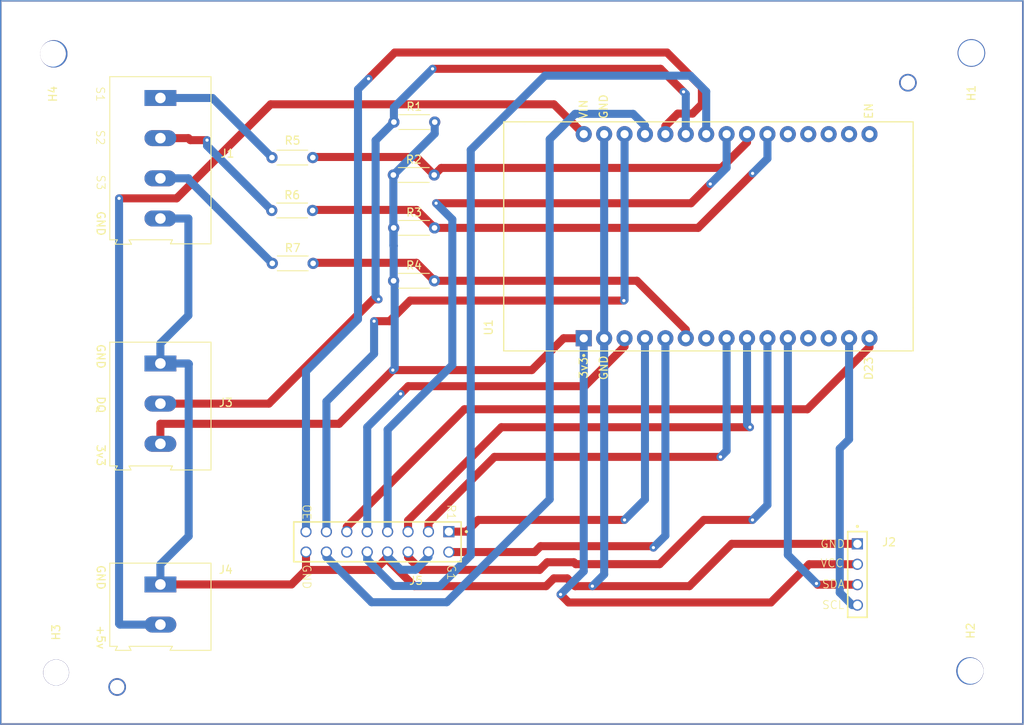
<source format=kicad_pcb>
(kicad_pcb (version 20241229) (generator "pcbnew") (generator_version "9.0")
  (layers (0 "F.Cu" signal) (2 "B.Cu" signal) (13 "F.Paste" user) (15 "B.Paste" user) (5 "F.SilkS" user "F.Silkscreen") (7 "B.SilkS" user "B.Silkscreen") (1 "F.Mask" user) (3 "B.Mask" user) (25 "Edge.Cuts" user))
  (net 0 "")
  (net 1 "Net-(U1-D12)")
  (net 2 "Net-(U1-D18)")
  (net 3 "Net-(U1-D14)")
  (net 4 "Net-(U1-D19)")
  (net 5 "Net-(U1-D5)")
  (net 6 "Net-(U1-D23)")
  (net 7 "Net-(U1-D4)")
  (net 8 "Net-(U1-D13)")
  (net 9 "Net-(U1-D25)")
  (net 10 "Net-(U1-D15)")
  (net 11 "Net-(U1-D2)")
  (net 12 "Net-(U1-D26)")
  (net 13 "Net-(U1-D22)")
  (net 14 "Net-(U1-D21)")
  (net 15 "Net-(J3-Pin_2)")
  (net 16 "Net-(U1-D33)")
  (net 17 "Net-(U1-D32)")
  (net 18 "Net-(U1-RX2)")
  (net 27 "GND")
  (net 28 "+3V3")
  (net 29 "+5V")
  (net 31 "Net-(J1-Pin_3)")
  (net 32 "Net-(J1-Pin_2)")
  (net 33 "Net-(J1-Pin_1)")
  (footprint "Resistor_THT:R_Axial_DIN0204_L3.6mm_D1.6mm_P5.08mm_Horizontal" (layer "F.Cu") (at 109.3192 67.4917)
    (property "Reference" "R6" (at 2.54 -1.92 0) (layer "F.SilkS"))
    (property "Value" "220")
    (fp_line (start 0.62 -0.92) (end 4.46 -0.92) (stroke (width 0.12)) (layer "F.SilkS"))
    (fp_line (start 0.62 0.92) (end 4.46 0.92) (stroke (width 0.12)) (layer "F.SilkS"))
    (pad "1" thru_hole circle (at 0 0) (size 1.4 1.4) (drill 0.7) (layers "*.Cu" "*.Mask") (net 32 "Net-(J1-Pin_2)"))
    (pad "2" thru_hole circle (at 5.08 0) (size 1.4 1.4) (drill 0.7) (layers "*.Cu" "*.Mask") (net 17 "Net-(U1-D32)"))
  )
  (footprint "Resistor_THT:R_Axial_DIN0204_L3.6mm_D1.6mm_P5.08mm_Horizontal" (layer "F.Cu") (at 124.4792 76.2417)
    (property "Reference" "R4" (at 2.54 -1.92 0) (layer "F.SilkS"))
    (property "Value" "1k")
    (fp_line (start 0.62 -0.92) (end 4.46 -0.92) (stroke (width 0.12)) (layer "F.SilkS"))
    (fp_line (start 0.62 0.92) (end 4.46 0.92) (stroke (width 0.12)) (layer "F.SilkS"))
    (pad "1" thru_hole circle (at 0 0) (size 1.4 1.4) (drill 0.7) (layers "*.Cu" "*.Mask") (net 28 "+3V3"))
    (pad "2" thru_hole circle (at 5.08 0) (size 1.4 1.4) (drill 0.7) (layers "*.Cu" "*.Mask") (net 18 "Net-(U1-RX2)"))
  )
  (footprint "Resistor_THT:R_Axial_DIN0204_L3.6mm_D1.6mm_P5.08mm_Horizontal" (layer "F.Cu") (at 109.3859 74.075)
    (property "Reference" "R7" (at 2.54 -1.92 0) (layer "F.SilkS"))
    (property "Value" "220")
    (fp_line (start 0.62 -0.92) (end 4.46 -0.92) (stroke (width 0.12)) (layer "F.SilkS"))
    (fp_line (start 0.62 0.92) (end 4.46 0.92) (stroke (width 0.12)) (layer "F.SilkS"))
    (pad "1" thru_hole circle (at 0 0) (size 1.4 1.4) (drill 0.7) (layers "*.Cu" "*.Mask") (net 31 "Net-(J1-Pin_3)"))
    (pad "2" thru_hole circle (at 5.08 0) (size 1.4 1.4) (drill 0.7) (layers "*.Cu" "*.Mask") (net 18 "Net-(U1-RX2)"))
  )
  (footprint "MountingHole:MountingHole_3.2mm_M3" (layer "F.Cu") (at 196.3842 47.8917)
    (property "Reference" "H1" (at 0 5 90) (layer "F.SilkS"))
    (property "Value" "MountingHole_3.2mm_M3")
    (pad "" np_thru_hole circle (at 0 0) (size 3.2 3.2) (drill 3.2) (layers "*.Cu" "*.Mask"))
  )
  (footprint "SSW-104-01-F-S:SAMTEC_SSW-104-01-F-S-RTC" (layer "F.Cu") (at 190.7435 111.79 -90)
    (property "Reference" "J2" (at -3.0217 4.6027 0) (layer "F.SilkS"))
    (property "Value" "SSW-104-01-F-S")
    (fp_line (start -4.335 9.75) (end -4.335 7.337) (stroke (width 0.2)) (layer "F.SilkS"))
    (fp_line (start 6.335 9.75) (end -4.335 9.75) (stroke (width 0.2)) (layer "F.SilkS"))
    (fp_line (start 6.335 7.337) (end 6.335 9.75) (stroke (width 0.2)) (layer "F.SilkS"))
    (fp_line (start 6.335 7.337) (end -4.335 7.337) (stroke (width 0.2)) (layer "F.SilkS"))
    (fp_circle (center -4.985 8.5435) (end -4.885 8.5435) (stroke (width 0.2)) (fill no) (layer "F.SilkS"))
    (pad "01" thru_hole rect (at -2.81 8.5435 270) (size 1.39 1.39) (drill 1.04) (layers "*.Cu" "*.Mask") (net 27 "GND"))
    (pad "02" thru_hole circle (at -0.27 8.5435 270) (size 1.39 1.39) (drill 1.04) (layers "*.Cu" "*.Mask") (net 28 "+3V3"))
    (pad "03" thru_hole circle (at 2.27 8.5435 270) (size 1.39 1.39) (drill 1.04) (layers "*.Cu" "*.Mask") (net 14 "Net-(U1-D21)"))
    (pad "04" thru_hole circle (at 4.81 8.5435 270) (size 1.39 1.39) (drill 1.04) (layers "*.Cu" "*.Mask") (net 13 "Net-(U1-D22)"))
  )
  (footprint "Resistor_THT:R_Axial_DIN0204_L3.6mm_D1.6mm_P5.08mm_Horizontal" (layer "F.Cu") (at 109.3459 60.9083)
    (property "Reference" "R5" (at 2.553333 -2.123333 0) (layer "F.SilkS"))
    (property "Value" "220")
    (fp_line (start 0.62 -0.92) (end 4.46 -0.92) (stroke (width 0.12)) (layer "F.SilkS"))
    (fp_line (start 0.62 0.92) (end 4.46 0.92) (stroke (width 0.12)) (layer "F.SilkS"))
    (pad "1" thru_hole circle (at 0 0) (size 1.4 1.4) (drill 0.7) (layers "*.Cu" "*.Mask") (net 33 "Net-(J1-Pin_1)"))
    (pad "2" thru_hole circle (at 5.08 0) (size 1.4 1.4) (drill 0.7) (layers "*.Cu" "*.Mask") (net 16 "Net-(U1-D33)"))
  )
  (footprint "TerminalBlock:TerminalBlock_Altech_AK300-3_P5.00mm" (layer "F.Cu") (at 95.4592 86.5317 -90)
    (property "Reference" "J3" (at 4.8683 -8.1408 0) (layer "F.SilkS"))
    (property "Value" "Screw_Terminal_01x03")
    (fp_line (start -2.65 6.3) (end 12.75 6.3) (stroke (width 0.12)) (layer "F.SilkS"))
    (fp_line (start 12.75 6.3) (end 12.75 5.35) (stroke (width 0.12)) (layer "F.SilkS"))
    (fp_line (start 13.25 5.65) (end 13.25 3.65) (stroke (width 0.12)) (layer "F.SilkS"))
    (fp_line (start 12.75 5.35) (end 13.25 5.65) (stroke (width 0.12)) (layer "F.SilkS"))
    (fp_line (start 12.75 3.9) (end 12.75 -1.5) (stroke (width 0.12)) (layer "F.SilkS"))
    (fp_line (start 13.25 3.65) (end 12.75 3.9) (stroke (width 0.12)) (layer "F.SilkS"))
    (fp_line (start 13.25 -1.25) (end 13.25 -6.3) (stroke (width 0.12)) (layer "F.SilkS"))
    (fp_line (start 12.75 -1.5) (end 13.25 -1.25) (stroke (width 0.12)) (layer "F.SilkS"))
    (fp_line (start -2.65 -6.3) (end -2.65 6.3) (stroke (width 0.12)) (layer "F.SilkS"))
    (fp_line (start 13.25 -6.3) (end -2.65 -6.3) (stroke (width 0.12)) (layer "F.SilkS"))
    (pad "1" thru_hole rect (at 0 0 270) (size 1.98 3.96) (drill 1.32) (layers "*.Cu" "*.Mask") (net 27 "GND"))
    (pad "2" thru_hole oval (at 5 0 270) (size 1.98 3.96) (drill 1.32) (layers "*.Cu" "*.Mask") (net 15 "Net-(J3-Pin_2)"))
    (pad "3" thru_hole oval (at 10 0 270) (size 1.98 3.96) (drill 1.32) (layers "*.Cu" "*.Mask") (net 28 "+3V3"))
  )
  (footprint "Resistor_THT:R_Axial_DIN0204_L3.6mm_D1.6mm_P5.08mm_Horizontal" (layer "F.Cu") (at 124.4925 69.6584)
    (property "Reference" "R3" (at 2.54 -1.92 0) (layer "F.SilkS"))
    (property "Value" "1k")
    (fp_line (start 0.62 -0.92) (end 4.46 -0.92) (stroke (width 0.12)) (layer "F.SilkS"))
    (fp_line (start 0.62 0.92) (end 4.46 0.92) (stroke (width 0.12)) (layer "F.SilkS"))
    (pad "1" thru_hole circle (at 0 0) (size 1.4 1.4) (drill 0.7) (layers "*.Cu" "*.Mask") (net 28 "+3V3"))
    (pad "2" thru_hole circle (at 5.08 0) (size 1.4 1.4) (drill 0.7) (layers "*.Cu" "*.Mask") (net 17 "Net-(U1-D32)"))
  )
  (footprint "MountingHole:MountingHole_3.2mm_M3" (layer "F.Cu") (at 82.4842 124.9917 180)
    (property "Reference" "H3" (at 0 5 90) (layer "F.SilkS"))
    (property "Value" "MountingHole_3.2mm_M3")
    (pad "" np_thru_hole circle (at 0 0 180) (size 3.2 3.2) (drill 3.2) (layers "*.Cu" "*.Mask"))
  )
  (footprint "TerminalBlock:TerminalBlock_Altech_AK300-4_P5.00mm" (layer "F.Cu") (at 95.4592 53.4917 -90)
    (property "Reference" "J1" (at 6.9083 -8.3408 0) (layer "F.SilkS"))
    (property "Value" "Screw_Terminal_01x04")
    (fp_line (start -2.65 6.3) (end -2.65 -6.3) (stroke (width 0.12)) (layer "F.SilkS"))
    (fp_line (start 17.65 6.3) (end -2.65 6.3) (stroke (width 0.12)) (layer "F.SilkS"))
    (fp_line (start 18.2 5.65) (end 17.65 5.35) (stroke (width 0.12)) (layer "F.SilkS"))
    (fp_line (start 17.65 5.35) (end 17.65 6.3) (stroke (width 0.12)) (layer "F.SilkS"))
    (fp_line (start 17.65 3.9) (end 18.2 3.6) (stroke (width 0.12)) (layer "F.SilkS"))
    (fp_line (start 18.2 3.6) (end 18.2 5.65) (stroke (width 0.12)) (layer "F.SilkS"))
    (fp_line (start 18.15 -1.25) (end 17.65 -1.5) (stroke (width 0.12)) (layer "F.SilkS"))
    (fp_line (start 17.65 -1.5) (end 17.65 3.9) (stroke (width 0.12)) (layer "F.SilkS"))
    (fp_line (start -2.65 -6.3) (end 18.15 -6.3) (stroke (width 0.12)) (layer "F.SilkS"))
    (fp_line (start 18.15 -6.3) (end 18.15 -1.25) (stroke (width 0.12)) (layer "F.SilkS"))
    (pad "1" thru_hole rect (at 0 0 270) (size 1.98 3.96) (drill 1.32) (layers "*.Cu" "*.Mask") (net 33 "Net-(J1-Pin_1)"))
    (pad "2" thru_hole oval (at 5 0 270) (size 1.98 3.96) (drill 1.32) (layers "*.Cu" "*.Mask") (net 32 "Net-(J1-Pin_2)"))
    (pad "3" thru_hole oval (at 10 0 270) (size 1.98 3.96) (drill 1.32) (layers "*.Cu" "*.Mask") (net 31 "Net-(J1-Pin_3)"))
    (pad "4" thru_hole oval (at 15 0 270) (size 1.98 3.96) (drill 1.32) (layers "*.Cu" "*.Mask") (net 27 "GND"))
  )
  (footprint "Resistor_THT:R_Axial_DIN0204_L3.6mm_D1.6mm_P5.08mm_Horizontal" (layer "F.Cu") (at 124.5192 56.4917)
    (property "Reference" "R1" (at 2.54 -1.92 0) (layer "F.SilkS"))
    (property "Value" "4.7k")
    (fp_line (start 0.62 -0.92) (end 4.46 -0.92) (stroke (width 0.12)) (layer "F.SilkS"))
    (fp_line (start 0.62 0.92) (end 4.46 0.92) (stroke (width 0.12)) (layer "F.SilkS"))
    (pad "1" thru_hole circle (at 0 0) (size 1.4 1.4) (drill 0.7) (layers "*.Cu" "*.Mask") (net 15 "Net-(J3-Pin_2)"))
    (pad "2" thru_hole circle (at 5.08 0) (size 1.4 1.4) (drill 0.7) (layers "*.Cu" "*.Mask") (net 28 "+3V3"))
  )
  (footprint "TerminalBlock:TerminalBlock_Altech_AK300-2_P5.00mm" (layer "F.Cu") (at 95.4592 114.0317 -90)
    (property "Reference" "J4" (at -1.8317 -8.1408 0) (layer "F.SilkS"))
    (property "Value" "Screw_Terminal_01x02")
    (fp_line (start -2.65 6.3) (end 7.7 6.3) (stroke (width 0.12)) (layer "F.SilkS"))
    (fp_line (start 7.7 6.3) (end 7.7 5.35) (stroke (width 0.12)) (layer "F.SilkS"))
    (fp_line (start 8.2 5.6) (end 8.2 3.7) (stroke (width 0.12)) (layer "F.SilkS"))
    (fp_line (start 7.7 5.35) (end 8.2 5.6) (stroke (width 0.12)) (layer "F.SilkS"))
    (fp_line (start 7.7 3.9) (end 7.7 -1.5) (stroke (width 0.12)) (layer "F.SilkS"))
    (fp_line (start 8.2 3.7) (end 8.2 3.65) (stroke (width 0.12)) (layer "F.SilkS"))
    (fp_line (start 8.2 3.65) (end 7.7 3.9) (stroke (width 0.12)) (layer "F.SilkS"))
    (fp_line (start 8.2 -1.2) (end 8.2 -6.3) (stroke (width 0.12)) (layer "F.SilkS"))
    (fp_line (start 7.7 -1.5) (end 8.2 -1.2) (stroke (width 0.12)) (layer "F.SilkS"))
    (fp_line (start -2.65 -6.3) (end -2.65 6.3) (stroke (width 0.12)) (layer "F.SilkS"))
    (fp_line (start 8.2 -6.3) (end -2.65 -6.3) (stroke (width 0.12)) (layer "F.SilkS"))
    (pad "1" thru_hole rect (at 0 0 270) (size 1.98 3.96) (drill 1.32) (layers "*.Cu" "*.Mask") (net 27 "GND"))
    (pad "2" thru_hole oval (at 5 0 270) (size 1.98 3.96) (drill 1.32) (layers "*.Cu" "*.Mask") (net 29 "+5V"))
  )
  (footprint "ESP32-DEVKIT-V1:MODULE_ESP32_DEVKIT_V1" (layer "F.Cu") (at 163.6592 70.6917 90)
    (property "Reference" "U1" (at -11.355 -27.36 90) (layer "F.SilkS"))
    (property "Value" "ESP32-DEVKIT-V1")
    (fp_line (start 14.23 -25.475) (end 14.23 25.475) (stroke (width 0.127)) (layer "F.SilkS"))
    (fp_line (start 14.23 -25.475) (end 14.23 25.475) (stroke (width 0.127)) (layer "F.SilkS"))
    (fp_line (start 3.5 -25.475) (end 14.23 -25.475) (stroke (width 0.127)) (layer "F.SilkS"))
    (fp_line (start -3.211 -25.475) (end 3.5 -25.475) (stroke (width 0.127)) (layer "F.SilkS"))
    (fp_line (start -14.28 -25.475) (end 14.23 -25.475) (stroke (width 0.127)) (layer "F.SilkS"))
    (fp_line (start -14.28 -25.475) (end -3.211 -25.475) (stroke (width 0.127)) (layer "F.SilkS"))
    (fp_line (start 14.23 25.475) (end -14.28 25.475) (stroke (width 0.127)) (layer "F.SilkS"))
    (fp_line (start 8.78 25.475) (end 14.23 25.475) (stroke (width 0.127)) (layer "F.SilkS"))
    (fp_line (start -8.91 25.475) (end 8.78 25.475) (stroke (width 0.127)) (layer "F.SilkS"))
    (fp_line (start -14.28 25.475) (end -14.28 -25.475) (stroke (width 0.127)) (layer "F.SilkS"))
    (fp_line (start -14.28 25.475) (end -14.28 -25.475) (stroke (width 0.127)) (layer "F.SilkS"))
    (fp_line (start -14.28 25.475) (end -8.91 25.475) (stroke (width 0.127)) (layer "F.SilkS"))
    (fp_circle (center -14.85 -15.515) (end -14.75 -15.515) (stroke (width 0.2)) (fill no) (layer "F.SilkS"))
    (pad "" np_thru_hole circle (at -12.28 -23.475 90) (size 3 3) (drill 3) (layers "*.Cu" "*.Mask"))
    (pad "" np_thru_hole circle (at -12.28 23.475 90) (size 3 3) (drill 3) (layers "*.Cu" "*.Mask"))
    (pad "" np_thru_hole circle (at 12.23 -23.475 90) (size 3 3) (drill 3) (layers "*.Cu" "*.Mask"))
    (pad "" np_thru_hole circle (at 12.23 23.475 90) (size 3 3) (drill 3) (layers "*.Cu" "*.Mask"))
    (pad "1" thru_hole rect (at -12.7 -15.515 90) (size 2 2) (drill 1.02) (layers "*.Cu" "*.Mask") (net 28 "+3V3"))
    (pad "2" thru_hole circle (at -12.7 -12.975 90) (size 2 2) (drill 1.02) (layers "*.Cu" "*.Mask") (net 27 "GND"))
    (pad "3" thru_hole circle (at -12.7 -10.435 90) (size 2 2) (drill 1.02) (layers "*.Cu" "*.Mask") (net 10 "Net-(U1-D15)"))
    (pad "4" thru_hole circle (at -12.7 -7.895 90) (size 2 2) (drill 1.02) (layers "*.Cu" "*.Mask") (net 11 "Net-(U1-D2)"))
    (pad "5" thru_hole circle (at -12.7 -5.355 90) (size 2 2) (drill 1.02) (layers "*.Cu" "*.Mask") (net 7 "Net-(U1-D4)"))
    (pad "6" thru_hole circle (at -12.7 -2.815 90) (size 2 2) (drill 1.02) (layers "*.Cu" "*.Mask") (net 18 "Net-(U1-RX2)"))
    (pad "7" thru_hole circle (at -12.7 -0.275 90) (size 2 2) (drill 1.02) (layers "*.Cu" "*.Mask"))
    (pad "8" thru_hole circle (at -12.7 2.265 90) (size 2 2) (drill 1.02) (layers "*.Cu" "*.Mask") (net 5 "Net-(U1-D5)"))
    (pad "9" thru_hole circle (at -12.7 4.805 90) (size 2 2) (drill 1.02) (layers "*.Cu" "*.Mask") (net 2 "Net-(U1-D18)"))
    (pad "10" thru_hole circle (at -12.7 7.345 90) (size 2 2) (drill 1.02) (layers "*.Cu" "*.Mask") (net 4 "Net-(U1-D19)"))
    (pad "11" thru_hole circle (at -12.7 9.885 90) (size 2 2) (drill 1.02) (layers "*.Cu" "*.Mask") (net 14 "Net-(U1-D21)"))
    (pad "12" thru_hole circle (at -12.7 12.425 90) (size 2 2) (drill 1.02) (layers "*.Cu" "*.Mask"))
    (pad "13" thru_hole circle (at -12.7 14.965 90) (size 2 2) (drill 1.02) (layers "*.Cu" "*.Mask"))
    (pad "14" thru_hole circle (at -12.7 17.505 90) (size 2 2) (drill 1.02) (layers "*.Cu" "*.Mask") (net 13 "Net-(U1-D22)"))
    (pad "15" thru_hole circle (at -12.7 20.045 90) (size 2 2) (drill 1.02) (layers "*.Cu" "*.Mask") (net 6 "Net-(U1-D23)"))
    (pad "16" thru_hole circle (at 12.7 20.045 90) (size 2 2) (drill 1.02) (layers "*.Cu" "*.Mask"))
    (pad "17" thru_hole circle (at 12.7 17.505 90) (size 2 2) (drill 1.02) (layers "*.Cu" "*.Mask"))
    (pad "18" thru_hole circle (at 12.7 14.965 90) (size 2 2) (drill 1.02) (layers "*.Cu" "*.Mask"))
    (pad "19" thru_hole circle (at 12.7 12.425 90) (size 2 2) (drill 1.02) (layers "*.Cu" "*.Mask"))
    (pad "20" thru_hole circle (at 12.7 9.885 90) (size 2 2) (drill 1.02) (layers "*.Cu" "*.Mask"))
    (pad "21" thru_hole circle (at 12.7 7.345 90) (size 2 2) (drill 1.02) (layers "*.Cu" "*.Mask") (net 17 "Net-(U1-D32)"))
    (pad "22" thru_hole circle (at 12.7 4.805 90) (size 2 2) (drill 1.02) (layers "*.Cu" "*.Mask") (net 16 "Net-(U1-D33)"))
    (pad "23" thru_hole circle (at 12.7 2.265 90) (size 2 2) (drill 1.02) (layers "*.Cu" "*.Mask") (net 9 "Net-(U1-D25)"))
    (pad "24" thru_hole circle (at 12.7 -0.275 90) (size 2 2) (drill 1.02) (layers "*.Cu" "*.Mask") (net 12 "Net-(U1-D26)"))
    (pad "25" thru_hole circle (at 12.7 -2.815 90) (size 2 2) (drill 1.02) (layers "*.Cu" "*.Mask") (net 15 "Net-(J3-Pin_2)"))
    (pad "26" thru_hole circle (at 12.7 -5.355 90) (size 2 2) (drill 1.02) (layers "*.Cu" "*.Mask") (net 3 "Net-(U1-D14)"))
    (pad "27" thru_hole circle (at 12.7 -7.895 90) (size 2 2) (drill 1.02) (layers "*.Cu" "*.Mask") (net 1 "Net-(U1-D12)"))
    (pad "28" thru_hole circle (at 12.7 -10.435 90) (size 2 2) (drill 1.02) (layers "*.Cu" "*.Mask") (net 8 "Net-(U1-D13)"))
    (pad "29" thru_hole circle (at 12.7 -12.975 90) (size 2 2) (drill 1.02) (layers "*.Cu" "*.Mask") (net 27 "GND"))
    (pad "30" thru_hole circle (at 12.7 -15.515 90) (size 2 2) (drill 1.02) (layers "*.Cu" "*.Mask") (net 29 "+5V"))
  )
  (footprint "MountingHole:MountingHole_3.2mm_M3" (layer "F.Cu") (at 196.2842 124.7917 180)
    (property "Reference" "H2" (at 0 5 90) (layer "F.SilkS"))
    (property "Value" "MountingHole_3.2mm_M3")
    (pad "" np_thru_hole circle (at 0 0 180) (size 3.2 3.2) (drill 3.2) (layers "*.Cu" "*.Mask"))
  )
  (footprint "SSW-108-02-G-D:SAMTEC_SSW-108-02-G-D" (layer "F.Cu") (at 121.36 117.46 -90)
    (property "Reference" "J5" (at -3.8917 -5.9208 0) (layer "F.SilkS"))
    (property "Value" "SSW-108-02-G-D")
    (fp_line (start -11.2065 9.305) (end -6.2535 9.305) (stroke (width 0.2)) (layer "F.SilkS"))
    (fp_line (start -11.2065 -11.525) (end -11.2065 9.305) (stroke (width 0.2)) (layer "F.SilkS"))
    (fp_line (start -6.2535 -11.525) (end -6.2535 9.305) (stroke (width 0.2)) (layer "F.SilkS"))
    (fp_line (start -6.2535 -11.525) (end -11.2065 -11.525) (stroke (width 0.2)) (layer "F.SilkS"))
    (fp_circle (center -10 -12.175) (end -10 -12.275) (stroke (width 0.2)) (fill no) (layer "F.SilkS"))
    (pad "01" thru_hole rect (at -10 -10 180) (size 1.39 1.39) (drill 1.04) (layers "*.Cu" "*.Mask") (net 11 "Net-(U1-D2)"))
    (pad "02" thru_hole circle (at -7.46 -10 180) (size 1.39 1.39) (drill 1.04) (layers "*.Cu" "*.Mask") (net 7 "Net-(U1-D4)"))
    (pad "03" thru_hole circle (at -10 -7.46 180) (size 1.39 1.39) (drill 1.04) (layers "*.Cu" "*.Mask") (net 5 "Net-(U1-D5)"))
    (pad "04" thru_hole circle (at -7.46 -7.46 180) (size 1.39 1.39) (drill 1.04) (layers "*.Cu" "*.Mask") (net 27 "GND"))
    (pad "05" thru_hole circle (at -10 -4.92 180) (size 1.39 1.39) (drill 1.04) (layers "*.Cu" "*.Mask") (net 2 "Net-(U1-D18)"))
    (pad "06" thru_hole circle (at -7.46 -4.92 180) (size 1.39 1.39) (drill 1.04) (layers "*.Cu" "*.Mask") (net 4 "Net-(U1-D19)"))
    (pad "07" thru_hole circle (at -10 -2.38 180) (size 1.39 1.39) (drill 1.04) (layers "*.Cu" "*.Mask") (net 9 "Net-(U1-D25)"))
    (pad "08" thru_hole circle (at -7.46 -2.38 180) (size 1.39 1.39) (drill 1.04) (layers "*.Cu" "*.Mask") (net 27 "GND"))
    (pad "09" thru_hole circle (at -10 0.16 180) (size 1.39 1.39) (drill 1.04) (layers "*.Cu" "*.Mask") (net 10 "Net-(U1-D15)"))
    (pad "10" thru_hole circle (at -7.46 0.16 180) (size 1.39 1.39) (drill 1.04) (layers "*.Cu" "*.Mask") (net 12 "Net-(U1-D26)"))
    (pad "11" thru_hole circle (at -10 2.7 180) (size 1.39 1.39) (drill 1.04) (layers "*.Cu" "*.Mask") (net 6 "Net-(U1-D23)"))
    (pad "12" thru_hole circle (at -7.46 2.7 180) (size 1.39 1.39) (drill 1.04) (layers "*.Cu" "*.Mask"))
    (pad "13" thru_hole circle (at -10 5.24 180) (size 1.39 1.39) (drill 1.04) (layers "*.Cu" "*.Mask") (net 8 "Net-(U1-D13)"))
    (pad "14" thru_hole circle (at -7.46 5.24 180) (size 1.39 1.39) (drill 1.04) (layers "*.Cu" "*.Mask") (net 1 "Net-(U1-D12)"))
    (pad "15" thru_hole circle (at -10 7.78 180) (size 1.39 1.39) (drill 1.04) (layers "*.Cu" "*.Mask") (net 3 "Net-(U1-D14)"))
    (pad "16" thru_hole circle (at -7.46 7.78 180) (size 1.39 1.39) (drill 1.04) (layers "*.Cu" "*.Mask") (net 27 "GND"))
  )
  (footprint "Resistor_THT:R_Axial_DIN0204_L3.6mm_D1.6mm_P5.08mm_Horizontal" (layer "F.Cu") (at 124.4525 63.075)
    (property "Reference" "R2" (at 2.54 -1.92 0) (layer "F.SilkS"))
    (property "Value" "1k")
    (fp_line (start 0.62 -0.92) (end 4.46 -0.92) (stroke (width 0.12)) (layer "F.SilkS"))
    (fp_line (start 0.62 0.92) (end 4.46 0.92) (stroke (width 0.12)) (layer "F.SilkS"))
    (pad "1" thru_hole circle (at 0 0) (size 1.4 1.4) (drill 0.7) (layers "*.Cu" "*.Mask") (net 28 "+3V3"))
    (pad "2" thru_hole circle (at 5.08 0) (size 1.4 1.4) (drill 0.7) (layers "*.Cu" "*.Mask") (net 16 "Net-(U1-D33)"))
  )
  (footprint "MountingHole:MountingHole_3.2mm_M3" (layer "F.Cu") (at 82.0842 47.9917)
    (property "Reference" "H4" (at 0 5 90) (layer "F.SilkS"))
    (property "Value" "MountingHole_3.2mm_M3")
    (pad "" np_thru_hole circle (at 0 0) (size 3.2 3.2) (drill 3.2) (layers "*.Cu" "*.Mask"))
  )
  (gr_circle (center 196.2 124.8) (end 197.8 124.7917) (stroke (width 0.2)) (fill no) (layer "F.Cu"))
  (gr_circle (center 82.4842 124.9917) (end 84 124.9917) (stroke (width 0.2)) (fill no) (layer "F.Cu"))
  (gr_circle (center 188.4842 51.5917) (end 188.4842 52.5917) (stroke (width 0.2)) (fill no) (layer "F.Cu"))
  (gr_circle (center 90.0842 126.7917) (end 90.0842 127.7917) (stroke (width 0.2)) (fill no) (layer "F.Cu"))
  (gr_circle (center 196.3842 47.8917) (end 198 47.8917) (stroke (width 0.2)) (fill no) (layer "F.Cu"))
  (gr_rect (start 75.6 41.4) (end 202.8 131.4) (stroke (width 0.2)) (fill no) (layer "F.Cu"))
  (gr_circle (center 82.2 48) (end 83.8 48) (stroke (width 0.2)) (fill no) (layer "F.Cu"))
  (gr_circle (center 82.4842 124.9917) (end 84 124.9917) (stroke (width 0.2)) (fill no) (layer "B.Cu"))
  (gr_circle (center 82.2 48) (end 83.8 48) (stroke (width 0.2)) (fill no) (layer "B.Cu"))
  (gr_circle (center 196.3842 47.8917) (end 198 47.8917) (stroke (width 0.2)) (fill no) (layer "B.Cu"))
  (gr_rect (start 75.6 41.4) (end 202.8 131.4) (stroke (width 0.2)) (fill no) (layer "B.Cu"))
  (gr_circle (center 90.0842 126.7917) (end 90.0842 125.7917) (stroke (width 0.2)) (fill no) (layer "B.Cu"))
  (gr_circle (center 188.4842 51.5917) (end 188.4842 50.5917) (stroke (width 0.2)) (fill no) (layer "B.Cu"))
  (gr_circle (center 196.2 124.8) (end 197.8 124.8) (stroke (width 0.2)) (fill no) (layer "B.Cu"))
  (gr_rect (start 75.6842 41.3917) (end 202.8842 131.3917) (stroke (width 0.05)) (fill no) (layer "Edge.Cuts"))
  (gr_text "EN" (at 184.1992 56.1917 90) (layer "F.SilkS") (effects (font (size 1 1)) (justify left bottom)))
  (gr_text "S1" (at 87.4 52 270) (layer "F.SilkS") (effects (font (size 1 1) (thickness 0.1)) (justify left bottom)))
  (gr_text "GND" (at 151.1992 56.1917 90) (layer "F.SilkS") (effects (font (size 1 1)) (justify left bottom)))
  (gr_text "VIN" (at 148.6992 56.1917 90) (layer "F.SilkS") (effects (font (size 1 1)) (justify left bottom)))
  (gr_text "GND" (at 151.1992 88.6917 90) (layer "F.SilkS") (effects (font (size 1 1)) (justify left bottom)))
  (gr_text "SDA" (at 177.7408 114.5683 0) (layer "F.SilkS") (effects (font (size 1 1) (thickness 0.1)) (justify left bottom)))
  (gr_text "GND" (at 87.4592 111.5317 270) (layer "F.SilkS") (effects (font (size 1 1)) (justify left bottom)))
  (gr_text "+5v" (at 87.4592 119.0317 270) (layer "F.SilkS") (effects (font (size 1 1)) (justify left bottom)))
  (gr_text "G1" (at 131.08 111.5 270) (layer "F.SilkS") (effects (font (size 1 1) (thickness 0.1)) (justify left bottom)))
  (gr_text "GND" (at 113.08 111.5 270) (layer "F.SilkS") (effects (font (size 1 1) (thickness 0.1)) (justify left bottom)))
  (gr_text "D23" (at 184.1992 88.6917 90) (layer "F.SilkS") (effects (font (size 1 1)) (justify left bottom)))
  (gr_text "OE" (at 113.08 104 270) (layer "F.SilkS") (effects (font (size 1 1) (thickness 0.1)) (justify left bottom)))
  (gr_text "3v3" (at 148.6992 88.5117 90) (layer "F.SilkS") (effects (font (size 1 1)) (justify left bottom)))
  (gr_text "GND" (at 177.5408 109.5683 0) (layer "F.SilkS") (effects (font (size 1 1) (thickness 0.1)) (justify left bottom)))
  (gr_text "3v3" (at 87.4592 96.5317 270) (layer "F.SilkS") (effects (font (size 1 1)) (justify left bottom)))
  (gr_text "VCC" (at 177.5408 111.9683 0) (layer "F.SilkS") (effects (font (size 1 1) (thickness 0.1)) (justify left bottom)))
  (gr_text "GND" (at 87.4592 67.4917 270) (layer "F.SilkS") (effects (font (size 1 1)) (justify left bottom)))
  (gr_text "S2" (at 87.4 57.4 270) (layer "F.SilkS") (effects (font (size 1 1) (thickness 0.1)) (justify left bottom)))
  (gr_text "R1" (at 131.08 104 270) (layer "F.SilkS") (effects (font (size 1 1) (thickness 0.1)) (justify left bottom)))
  (gr_text "GND" (at 87.4592 84.0317 270) (layer "F.SilkS") (effects (font (size 1 1)) (justify left bottom)))
  (gr_text "S3" (at 87.4592 62.9917 270) (layer "F.SilkS") (effects (font (size 1 1) (thickness 0.1)) (justify left bottom)))
  (gr_text "DQ" (at 87.4592 90.5317 270) (layer "F.SilkS") (effects (font (size 1 1)) (justify left bottom)))
  (gr_text "SCL" (at 177.7408 117.1683 0) (layer "F.SilkS") (effects (font (size 1 1) (thickness 0.1)) (justify left bottom)))
  (segment (start 155.7642 56.9509) (end 155.7642 57.9917) (width 1) (layer "B.Cu") (net 1))
  (segment (start 147.0665 55.4685) (end 154.2818 55.4685) (width 1) (layer "B.Cu") (net 1))
  (segment (start 116.12 110.6204) (end 121.7413 116.2417) (width 1) (layer "B.Cu") (net 1))
  (segment (start 116.12 110) (end 116.12 110.6204) (width 1) (layer "B.Cu") (net 1))
  (segment (start 154.2818 55.4685) (end 155.7642 56.9509) (width 1) (layer "B.Cu") (net 1))
  (segment (start 143.9103 58.6247) (end 147.0665 55.4685) (width 1) (layer "B.Cu") (net 1))
  (segment (start 131.0973 116.2417) (end 143.9103 103.4287) (width 1) (layer "B.Cu") (net 1))
  (segment (start 143.9103 103.4287) (end 143.9103 58.6247) (width 1) (layer "B.Cu") (net 1))
  (segment (start 121.7413 116.2417) (end 131.0973 116.2417) (width 1) (layer "B.Cu") (net 1))
  (segment (start 137.893 94.4632) (end 126.28 106.0762) (width 1) (layer "F.Cu") (net 2))
  (segment (start 126.28 106.0762) (end 126.28 107.46) (width 1) (layer "F.Cu") (net 2))
  (segment (start 168.8292 94.4632) (end 137.893 94.4632) (width 1) (layer "F.Cu") (net 2))
  (via (at 168.8292 94.4632) (size 0.8) (drill 0.4) (layers "F.Cu" "B.Cu") (net 2))
  (segment (start 168.4642 83.3917) (end 168.4642 94.0982) (width 1) (layer "B.Cu") (net 2))
  (segment (start 168.4642 94.0982) (end 168.8292 94.4632) (width 1) (layer "B.Cu") (net 2))
  (segment (start 124.6308 47.8335) (end 121.3692 51.0951) (width 1) (layer "F.Cu") (net 3))
  (segment (start 158.3042 57.9917) (end 158.3042 56.9757) (width 1) (layer "F.Cu") (net 3))
  (segment (start 161.6733 55.4382) (end 162.8459 54.2656) (width 1) (layer "F.Cu") (net 3))
  (segment (start 158.4995 47.8335) (end 124.6308 47.8335) (width 1) (layer "F.Cu") (net 3))
  (segment (start 162.8459 54.2656) (end 162.8459 52.1799) (width 1) (layer "F.Cu") (net 3))
  (segment (start 159.8417 55.4382) (end 161.6733 55.4382) (width 1) (layer "F.Cu") (net 3))
  (segment (start 158.3042 56.9757) (end 159.8417 55.4382) (width 1) (layer "F.Cu") (net 3))
  (segment (start 162.8459 52.1799) (end 158.4995 47.8335) (width 1) (layer "F.Cu") (net 3))
  (via (at 121.3692 51.0951) (size 0.8) (drill 0.4) (layers "F.Cu" "B.Cu") (net 3))
  (segment (start 120.0514 52.4129) (end 120.0514 81.0382) (width 1) (layer "B.Cu") (net 3))
  (segment (start 120.0514 81.0382) (end 113.58 87.5096) (width 1) (layer "B.Cu") (net 3))
  (segment (start 113.58 87.5096) (end 113.58 107.46) (width 1) (layer "B.Cu") (net 3))
  (segment (start 121.3692 51.0951) (end 120.0514 52.4129) (width 1) (layer "B.Cu") (net 3))
  (segment (start 169.1448 106.0003) (end 163.0888 106.0003) (width 1) (layer "F.Cu") (net 4))
  (segment (start 126.28 110.6097) (end 126.28 110) (width 1) (layer "F.Cu") (net 4))
  (segment (start 146.9153 111.2703) (end 143.5988 111.2703) (width 1) (layer "F.Cu") (net 4))
  (segment (start 127.8907 112.2204) (end 126.28 110.6097) (width 1) (layer "F.Cu") (net 4))
  (segment (start 147.1528 111.5078) (end 146.9153 111.2703) (width 1) (layer "F.Cu") (net 4))
  (segment (start 157.5813 111.5078) (end 147.1528 111.5078) (width 1) (layer "F.Cu") (net 4))
  (segment (start 163.0888 106.0003) (end 157.5813 111.5078) (width 1) (layer "F.Cu") (net 4))
  (segment (start 143.5988 111.2703) (end 142.6487 112.2204) (width 1) (layer "F.Cu") (net 4))
  (segment (start 142.6487 112.2204) (end 127.8907 112.2204) (width 1) (layer "F.Cu") (net 4))
  (via (at 169.1448 106.0003) (size 0.8) (drill 0.4) (layers "F.Cu" "B.Cu") (net 4))
  (segment (start 169.1448 106.0003) (end 171.0042 104.1409) (width 1) (layer "B.Cu") (net 4))
  (segment (start 171.0042 104.1409) (end 171.0042 83.3917) (width 1) (layer "B.Cu") (net 4))
  (segment (start 128.82 106.3744) (end 137.0377 98.1567) (width 1) (layer "F.Cu") (net 5))
  (segment (start 128.82 107.46) (end 128.82 106.3744) (width 1) (layer "F.Cu") (net 5))
  (segment (start 137.0377 98.1567) (end 165.1635 98.1567) (width 1) (layer "F.Cu") (net 5))
  (via (at 165.1635 98.1567) (size 0.8) (drill 0.4) (layers "F.Cu" "B.Cu") (net 5))
  (segment (start 165.9242 83.3917) (end 165.9242 97.396) (width 1) (layer "B.Cu") (net 5))
  (segment (start 165.9242 97.396) (end 165.1635 98.1567) (width 1) (layer "B.Cu") (net 5))
  (segment (start 175.9702 92.2307) (end 183.7042 84.4967) (width 1) (layer "F.Cu") (net 6))
  (segment (start 118.66 107.46) (end 118.66 106.8597) (width 1) (layer "F.Cu") (net 6))
  (segment (start 183.7042 84.4967) (end 183.7042 83.3917) (width 1) (layer "F.Cu") (net 6))
  (segment (start 118.66 106.8597) (end 133.289 92.2307) (width 1) (layer "F.Cu") (net 6))
  (segment (start 133.289 92.2307) (end 175.9702 92.2307) (width 1) (layer "F.Cu") (net 6))
  (segment (start 156.6287 109.2686) (end 142.7697 109.2686) (width 1) (layer "F.Cu") (net 7))
  (segment (start 142.0383 110) (end 131.36 110) (width 1) (layer "F.Cu") (net 7))
  (segment (start 156.8092 109.4491) (end 156.6287 109.2686) (width 1) (layer "F.Cu") (net 7))
  (segment (start 142.7697 109.2686) (end 142.0383 110) (width 1) (layer "F.Cu") (net 7))
  (via (at 156.8092 109.4491) (size 0.8) (drill 0.4) (layers "F.Cu" "B.Cu") (net 7))
  (segment (start 158.3042 83.3917) (end 158.3042 107.9541) (width 1) (layer "B.Cu") (net 7))
  (segment (start 158.3042 107.9541) (end 156.8092 109.4491) (width 1) (layer "B.Cu") (net 7))
  (segment (start 126.538 78.7076) (end 153.1371 78.7076) (width 1) (layer "F.Cu") (net 8))
  (segment (start 122.0531 81.2693) (end 123.9763 81.2693) (width 1) (layer "F.Cu") (net 8))
  (segment (start 123.9763 81.2693) (end 126.538 78.7076) (width 1) (layer "F.Cu") (net 8))
  (via (at 122.0531 81.2693) (size 0.8) (drill 0.4) (layers "F.Cu" "B.Cu") (net 8))
  (via (at 153.1371 78.7076) (size 0.8) (drill 0.4) (layers "F.Cu" "B.Cu") (net 8))
  (segment (start 116.12 91.2564) (end 116.12 107.46) (width 1) (layer "B.Cu") (net 8))
  (segment (start 122.0531 81.2693) (end 122.0531 85.3233) (width 1) (layer "B.Cu") (net 8))
  (segment (start 122.0531 85.3233) (end 116.12 91.2564) (width 1) (layer "B.Cu") (net 8))
  (segment (start 153.2242 78.6205) (end 153.2242 57.9917) (width 1) (layer "B.Cu") (net 8))
  (segment (start 153.1371 78.7076) (end 153.2242 78.6205) (width 1) (layer "B.Cu") (net 8))
  (segment (start 161.4953 66.5912) (end 163.8883 64.1982) (width 1) (layer "F.Cu") (net 9))
  (segment (start 129.7701 66.5912) (end 161.4953 66.5912) (width 1) (layer "F.Cu") (net 9))
  (via (at 163.8883 64.1982) (size 0.8) (drill 0.4) (layers "F.Cu" "B.Cu") (net 9))
  (via (at 129.7701 66.5912) (size 0.8) (drill 0.4) (layers "F.Cu" "B.Cu") (net 9))
  (segment (start 131.788 68.6091) (end 129.7701 66.5912) (width 1) (layer "B.Cu") (net 9))
  (segment (start 131.788 86.7211) (end 131.788 68.6091) (width 1) (layer "B.Cu") (net 9))
  (segment (start 165.9242 62.1623) (end 165.9242 57.9917) (width 1) (layer "B.Cu") (net 9))
  (segment (start 123.74 107.46) (end 123.74 94.7691) (width 1) (layer "B.Cu") (net 9))
  (segment (start 163.8883 64.1982) (end 165.9242 62.1623) (width 1) (layer "B.Cu") (net 9))
  (segment (start 123.74 94.7691) (end 131.788 86.7211) (width 1) (layer "B.Cu") (net 9))
  (segment (start 153.2242 83.3917) (end 153.2242 84.4074) (width 1) (layer "F.Cu") (net 10))
  (segment (start 153.2242 84.4074) (end 148.2727 89.3589) (width 1) (layer "F.Cu") (net 10))
  (segment (start 148.2727 89.3589) (end 126.3047 89.3589) (width 1) (layer "F.Cu") (net 10))
  (segment (start 126.3047 89.3589) (end 125.3505 90.3131) (width 1) (layer "F.Cu") (net 10))
  (via (at 125.3505 90.3131) (size 0.8) (drill 0.4) (layers "F.Cu" "B.Cu") (net 10))
  (segment (start 121.2 94.4636) (end 125.3505 90.3131) (width 1) (layer "B.Cu") (net 10))
  (segment (start 121.2 107.46) (end 121.2 94.4636) (width 1) (layer "B.Cu") (net 10))
  (segment (start 131.36 107.46) (end 133.5567 107.46) (width 1) (layer "F.Cu") (net 11))
  (segment (start 135.0164 106.0003) (end 153.2196 106.0003) (width 1) (layer "F.Cu") (net 11))
  (segment (start 133.5567 107.46) (end 135.0164 106.0003) (width 1) (layer "F.Cu") (net 11))
  (via (at 153.2196 106.0003) (size 0.8) (drill 0.4) (layers "F.Cu" "B.Cu") (net 11))
  (segment (start 153.2196 106.0003) (end 155.7642 103.4557) (width 1) (layer "B.Cu") (net 11))
  (segment (start 155.7642 103.4557) (end 155.7642 83.3917) (width 1) (layer "B.Cu") (net 11))
  (segment (start 124.4693 114.2226) (end 130.2601 114.2226) (width 1) (layer "B.Cu") (net 12))
  (segment (start 121.2 110.9533) (end 124.4693 114.2226) (width 1) (layer "B.Cu") (net 12))
  (segment (start 134.0836 110.3991) (end 134.0836 59.9522) (width 1) (layer "B.Cu") (net 12))
  (segment (start 121.2 110) (end 121.2 110.9533) (width 1) (layer "B.Cu") (net 12))
  (segment (start 130.2601 114.2226) (end 134.0836 110.3991) (width 1) (layer "B.Cu") (net 12))
  (segment (start 161.4123 50.7202) (end 163.3842 52.6921) (width 1) (layer "B.Cu") (net 12))
  (segment (start 143.3156 50.7202) (end 161.4123 50.7202) (width 1) (layer "B.Cu") (net 12))
  (segment (start 134.0836 59.9522) (end 143.3156 50.7202) (width 1) (layer "B.Cu") (net 12))
  (segment (start 163.3842 52.6921) (end 163.3842 57.9917) (width 1) (layer "B.Cu") (net 12))
  (segment (start 180.0033 97.1303) (end 181.1642 95.9694) (width 1) (layer "B.Cu") (net 13))
  (segment (start 180.0033 115.0476) (end 180.0033 97.1303) (width 1) (layer "B.Cu") (net 13))
  (segment (start 181.1642 95.9694) (end 181.1642 83.3917) (width 1) (layer "B.Cu") (net 13))
  (segment (start 181.5557 116.6) (end 180.0033 115.0476) (width 1) (layer "B.Cu") (net 13))
  (segment (start 182.2 116.6) (end 181.5557 116.6) (width 1) (layer "B.Cu") (net 13))
  (segment (start 177.255 114.06) (end 182.2 114.06) (width 1) (layer "F.Cu") (net 14))
  (segment (start 177.1074 113.9124) (end 177.255 114.06) (width 1) (layer "F.Cu") (net 14))
  (via (at 177.1074 113.9124) (size 0.8) (drill 0.4) (layers "F.Cu" "B.Cu") (net 14))
  (segment (start 177.1074 113.9124) (end 173.5442 110.3492) (width 1) (layer "B.Cu") (net 14))
  (segment (start 173.5442 110.3492) (end 173.5442 83.3917) (width 1) (layer "B.Cu") (net 14))
  (segment (start 121.944 78.5477) (end 108.96 91.5317) (width 1) (layer "F.Cu") (net 15))
  (segment (start 108.96 91.5317) (end 95.4592 91.5317) (width 1) (layer "F.Cu") (net 15))
  (segment (start 160.5616 52.7265) (end 157.6997 49.8646) (width 1) (layer "F.Cu") (net 15))
  (segment (start 122.6145 78.5477) (end 121.944 78.5477) (width 1) (layer "F.Cu") (net 15))
  (segment (start 157.6997 49.8646) (end 129.3318 49.8646) (width 1) (layer "F.Cu") (net 15))
  (via (at 160.5616 52.7265) (size 0.8) (drill 0.4) (layers "F.Cu" "B.Cu") (net 15))
  (via (at 122.6145 78.5477) (size 0.8) (drill 0.4) (layers "F.Cu" "B.Cu") (net 15))
  (via (at 129.3318 49.8646) (size 0.8) (drill 0.4) (layers "F.Cu" "B.Cu") (net 15))
  (segment (start 122.6145 78.5477) (end 122.2442 78.1774) (width 1) (layer "B.Cu") (net 15))
  (segment (start 160.8442 53.0091) (end 160.5616 52.7265) (width 1) (layer "B.Cu") (net 15))
  (segment (start 122.2442 58.7667) (end 124.5192 56.4917) (width 1) (layer "B.Cu") (net 15))
  (segment (start 160.8442 57.9917) (end 160.8442 53.0091) (width 1) (layer "B.Cu") (net 15))
  (segment (start 122.2442 78.1774) (end 122.2442 58.7667) (width 1) (layer "B.Cu") (net 15))
  (segment (start 124.5192 54.6772) (end 129.3318 49.8646) (width 1) (layer "B.Cu") (net 15))
  (segment (start 124.5192 56.4917) (end 124.5192 54.6772) (width 1) (layer "B.Cu") (net 15))
  (segment (start 129.5325 63.075) (end 127.2934 60.8359) (width 1) (layer "F.Cu") (net 16))
  (segment (start 168.4642 57.9917) (end 168.4642 59.0074) (width 1) (layer "F.Cu") (net 16))
  (segment (start 130.411 62.1965) (end 129.5325 63.075) (width 1) (layer "F.Cu") (net 16))
  (segment (start 168.4642 59.0074) (end 165.2751 62.1965) (width 1) (layer "F.Cu") (net 16))
  (segment (start 127.2934 60.8359) (end 114.4983 60.8359) (width 1) (layer "F.Cu") (net 16))
  (segment (start 165.2751 62.1965) (end 130.411 62.1965) (width 1) (layer "F.Cu") (net 16))
  (segment (start 114.4983 60.8359) (end 114.4259 60.9083) (width 1) (layer "F.Cu") (net 16))
  (segment (start 114.3992 67.4917) (end 114.4695 67.4214) (width 1) (layer "F.Cu") (net 17))
  (segment (start 169.1604 62.8761) (end 162.3781 69.6584) (width 1) (layer "F.Cu") (net 17))
  (segment (start 114.4695 67.4214) (end 127.3355 67.4214) (width 1) (layer "F.Cu") (net 17))
  (segment (start 162.3781 69.6584) (end 129.5725 69.6584) (width 1) (layer "F.Cu") (net 17))
  (segment (start 127.3355 67.4214) (end 129.5725 69.6584) (width 1) (layer "F.Cu") (net 17))
  (via (at 169.1604 62.8761) (size 0.8) (drill 0.4) (layers "F.Cu" "B.Cu") (net 17))
  (segment (start 171.0042 57.9917) (end 171.0042 61.0323) (width 1) (layer "B.Cu") (net 17))
  (segment (start 171.0042 61.0323) (end 169.1604 62.8761) (width 1) (layer "B.Cu") (net 17))
  (segment (start 114.4659 74.075) (end 114.5362 74.0047) (width 1) (layer "F.Cu") (net 18))
  (segment (start 154.7579 76.2417) (end 160.8442 82.328) (width 1) (layer "F.Cu") (net 18))
  (segment (start 160.8442 82.328) (end 160.8442 83.3917) (width 1) (layer "F.Cu") (net 18))
  (segment (start 127.3222 74.0047) (end 129.5592 76.2417) (width 1) (layer "F.Cu") (net 18))
  (segment (start 129.5592 76.2417) (end 154.7579 76.2417) (width 1) (layer "F.Cu") (net 18))
  (segment (start 114.5362 74.0047) (end 127.3222 74.0047) (width 1) (layer "F.Cu") (net 18))
  (segment (start 149.2184 114.2427) (end 147.0876 114.2427) (width 1) (layer "F.Cu") (net 27))
  (segment (start 143.4572 114.2427) (end 127.0468 114.2427) (width 1) (layer "F.Cu") (net 27))
  (segment (start 122.149 112.2286) (end 113.58 112.2286) (width 1) (layer "F.Cu") (net 27))
  (segment (start 123.74 110.6376) (end 123.5909 110.7867) (width 1) (layer "F.Cu") (net 27))
  (segment (start 127.0468 114.2427) (end 123.5909 110.7867) (width 1) (layer "F.Cu") (net 27))
  (segment (start 111.7769 114.0317) (end 113.58 112.2286) (width 1) (layer "F.Cu") (net 27))
  (segment (start 147.0861 114.2412) (end 147.0554 114.2412) (width 1) (layer "F.Cu") (net 27))
  (segment (start 161.2936 114.2427) (end 149.2184 114.2427) (width 1) (layer "F.Cu") (net 27))
  (segment (start 123.74 110) (end 123.74 110.6376) (width 1) (layer "F.Cu") (net 27))
  (segment (start 146.0862 113.272) (end 144.4279 113.272) (width 1) (layer "F.Cu") (net 27))
  (segment (start 182.2 108.98) (end 166.5563 108.98) (width 1) (layer "F.Cu") (net 27))
  (segment (start 113.58 112.2286) (end 113.58 110) (width 1) (layer "F.Cu") (net 27))
  (segment (start 95.4592 114.0317) (end 111.7769 114.0317) (width 1) (layer "F.Cu") (net 27))
  (segment (start 147.0554 114.2412) (end 146.0862 113.272) (width 1) (layer "F.Cu") (net 27))
  (segment (start 147.0876 114.2427) (end 147.0861 114.2412) (width 1) (layer "F.Cu") (net 27))
  (segment (start 166.5563 108.98) (end 161.2936 114.2427) (width 1) (layer "F.Cu") (net 27))
  (segment (start 123.5909 110.7867) (end 122.149 112.2286) (width 1) (layer "F.Cu") (net 27))
  (segment (start 144.4279 113.272) (end 143.4572 114.2427) (width 1) (layer "F.Cu") (net 27))
  (via (at 149.2184 114.2427) (size 0.8) (drill 0.4) (layers "F.Cu" "B.Cu") (net 27))
  (segment (start 127.2181 112.2051) (end 125.3637 112.2051) (width 1) (layer "B.Cu") (net 27))
  (segment (start 150.6842 112.7769) (end 150.6842 83.3917) (width 1) (layer "B.Cu") (net 27))
  (segment (start 99 86.6) (end 98.9317 86.5317) (width 1) (layer "B.Cu") (net 27))
  (segment (start 98.9811 108.0181) (end 98.9811 86.6189) (width 1) (layer "B.Cu") (net 27))
  (segment (start 149.2184 114.2427) (end 150.6842 112.7769) (width 1) (layer "B.Cu") (net 27))
  (segment (start 125.3637 112.2051) (end 123.74 110.5814) (width 1) (layer "B.Cu") (net 27))
  (segment (start 98.9811 86.6189) (end 99 86.6) (width 1) (layer "B.Cu") (net 27))
  (segment (start 95.4592 68.4917) (end 98.9409 68.4917) (width 1) (layer "B.Cu") (net 27))
  (segment (start 95.4592 114.0317) (end 95.4592 111.54) (width 1) (layer "B.Cu") (net 27))
  (segment (start 150.6842 83.3917) (end 150.6842 57.9917) (width 1) (layer "B.Cu") (net 27))
  (segment (start 128.82 110) (end 128.82 110.6032) (width 1) (layer "B.Cu") (net 27))
  (segment (start 123.74 110.5814) (end 123.74 110) (width 1) (layer "B.Cu") (net 27))
  (segment (start 95.4592 86.5317) (end 95.4592 84.04) (width 1) (layer "B.Cu") (net 27))
  (segment (start 95.4592 84.04) (end 98.9409 80.5583) (width 1) (layer "B.Cu") (net 27))
  (segment (start 128.82 110.6032) (end 127.2181 112.2051) (width 1) (layer "B.Cu") (net 27))
  (segment (start 98.9317 86.5317) (end 95.4592 86.5317) (width 1) (layer "B.Cu") (net 27))
  (segment (start 98.9409 80.5583) (end 98.9409 68.4917) (width 1) (layer "B.Cu") (net 27))
  (segment (start 95.4592 111.54) (end 98.9811 108.0181) (width 1) (layer "B.Cu") (net 27))
  (segment (start 117.7018 94.04) (end 124.3846 87.3572) (width 1) (layer "F.Cu") (net 28))
  (segment (start 95.4592 96.5317) (end 95.4592 94.04) (width 1) (layer "F.Cu") (net 28))
  (segment (start 148.1442 83.3917) (end 145.6425 83.3917) (width 1) (layer "F.Cu") (net 28))
  (segment (start 171.4321 116.275) (end 146.2583 116.275) (width 1) (layer "F.Cu") (net 28))
  (segment (start 141.677 87.3572) (end 124.3846 87.3572) (width 1) (layer "F.Cu") (net 28))
  (segment (start 145.6425 83.3917) (end 141.677 87.3572) (width 1) (layer "F.Cu") (net 28))
  (segment (start 176.1871 111.52) (end 171.4321 116.275) (width 1) (layer "F.Cu") (net 28))
  (segment (start 182.2 111.52) (end 176.1871 111.52) (width 1) (layer "F.Cu") (net 28))
  (segment (start 146.2583 116.275) (end 145.257 115.2737) (width 1) (layer "F.Cu") (net 28))
  (segment (start 95.4592 94.04) (end 117.7018 94.04) (width 1) (layer "F.Cu") (net 28))
  (via (at 124.3846 87.3572) (size 0.8) (drill 0.4) (layers "F.Cu" "B.Cu") (net 28))
  (via (at 145.257 115.2737) (size 0.8) (drill 0.4) (layers "F.Cu" "B.Cu") (net 28))
  (segment (start 124.6162 76.3787) (end 124.4792 76.2417) (width 1) (layer "B.Cu") (net 28))
  (segment (start 148.1442 83.3917) (end 148.1442 112.3865) (width 1) (layer "B.Cu") (net 28))
  (segment (start 129.5992 56.4917) (end 129.5992 57.9283) (width 1) (layer "B.Cu") (net 28))
  (segment (start 124.4925 69.6584) (end 124.4925 71.8893) (width 1) (layer "B.Cu") (net 28))
  (segment (start 124.4525 71.8494) (end 124.4525 63.075) (width 1) (layer "B.Cu") (net 28))
  (segment (start 124.6162 87.1256) (end 124.6162 76.3787) (width 1) (layer "B.Cu") (net 28))
  (segment (start 124.4924 76.2285) (end 124.4924 71.8893) (width 1) (layer "B.Cu") (net 28))
  (segment (start 124.4925 71.8893) (end 124.4924 71.8893) (width 1) (layer "B.Cu") (net 28))
  (segment (start 124.4924 71.8893) (end 124.4525 71.8494) (width 1) (layer "B.Cu") (net 28))
  (segment (start 148.1442 112.3865) (end 145.257 115.2737) (width 1) (layer "B.Cu") (net 28))
  (segment (start 124.4792 76.2417) (end 124.4924 76.2285) (width 1) (layer "B.Cu") (net 28))
  (segment (start 129.5992 57.9283) (end 124.4525 63.075) (width 1) (layer "B.Cu") (net 28))
  (segment (start 124.3846 87.3572) (end 124.6162 87.1256) (width 1) (layer "B.Cu") (net 28))
  (segment (start 109.1829 54.2818) (end 97.4813 65.9834) (width 1) (layer "F.Cu") (net 29))
  (segment (start 144.4343 54.2818) (end 109.1829 54.2818) (width 1) (layer "F.Cu") (net 29))
  (segment (start 148.1442 57.9917) (end 144.4343 54.2818) (width 1) (layer "F.Cu") (net 29))
  (segment (start 97.4813 65.9834) (end 90.3177 65.9834) (width 1) (layer "F.Cu") (net 29))
  (via (at 90.3177 65.9834) (size 0.8) (drill 0.4) (layers "F.Cu" "B.Cu") (net 29))
  (segment (start 90.3177 118.9177) (end 90.4317 119.0317) (width 1) (layer "B.Cu") (net 29))
  (segment (start 90.4317 119.0317) (end 95.4592 119.0317) (width 1) (layer "B.Cu") (net 29))
  (segment (start 90.3177 65.9834) (end 90.3177 118.9177) (width 1) (layer "B.Cu") (net 29))
  (segment (start 95.4592 63.4917) (end 98.9409 63.4917) (width 1) (layer "B.Cu") (net 31))
  (segment (start 98.9409 63.4917) (end 98.9409 63.63) (width 1) (layer "B.Cu") (net 31))
  (segment (start 98.9409 63.63) (end 109.3859 74.075) (width 1) (layer "B.Cu") (net 31))
  (segment (start 95.4592 58.4917) (end 98.9409 58.4917) (width 1) (layer "F.Cu") (net 32))
  (segment (start 99.1885 58.7393) (end 98.9409 58.4917) (width 1) (layer "F.Cu") (net 32))
  (segment (start 101.2632 58.7393) (end 99.1885 58.7393) (width 1) (layer "F.Cu") (net 32))
  (via (at 101.2632 58.7393) (size 0.8) (drill 0.4) (layers "F.Cu" "B.Cu") (net 32))
  (segment (start 101.2632 59.4357) (end 101.2632 58.7393) (width 1) (layer "B.Cu") (net 32))
  (segment (start 109.3192 67.4917) (end 101.2632 59.4357) (width 1) (layer "B.Cu") (net 32))
  (segment (start 95.4592 53.4917) (end 101.9293 53.4917) (width 1) (layer "B.Cu") (net 33))
  (segment (start 101.9293 53.4917) (end 109.3459 60.9083) (width 1) (layer "B.Cu") (net 33))
)
</source>
